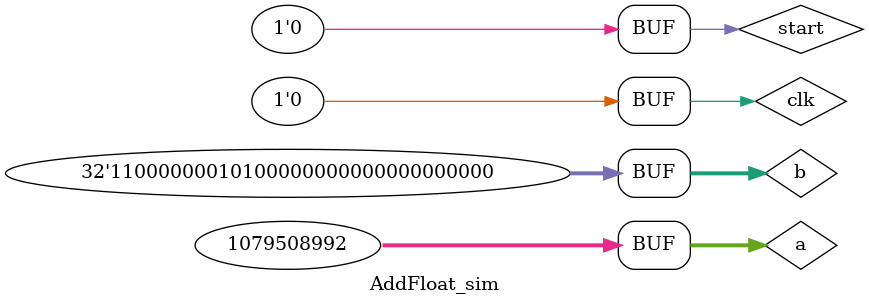
<source format=v>
`timescale 1ns / 1ps


module AddFloat_sim(

    );
    reg clk;
    reg rst;
    reg start;
    reg [31:0] a;
    reg [31:0] b;
    wire finish;
    wire [31:0] result;

    AddFloat a0 (
        .clk(clk),
        .rst(rst),
        .start(start),
        .a(a),
        .b(b),
        .finish(finish),
        .result(result)
    );

    always begin
        clk <= 1'b1; #5;
        clk <= 1'b0; #5;
    end
    initial begin
        start = 0;
        #10;
        a = 32'h3E800000;//0.25
        b = 32'h3FE00000;//1.75
        start = 1; #10;
        start = 0; #100;

        a = 32'hBF400000;//-0.75
        b = 32'hBF800000;//-1.0
        start = 1; #10;
        start = 0; #100;

        a = 32'h3FC00000; //1.50
        b = 32'hBF400000;//-0.75
        start = 1; #10;
        start = 0; #100;

        a = 32'hBF400000; // -3.7
        b = 32'h3FC00000; // 1.25
        start = 1; #10;
        start = 0; #100;

        a = 32'h7F800000;
        b = 32'h3fa00000;
        start = 1; #10;
        start = 0; #100;

        a = 32'hFF800000;
        b = 32'h3fa00000;
        start = 1; #10;
        start = 0; #100;

        a = 32'h40000000; //1
        b = 32'hC0000000; //-1
        start = 1; #10;
        start = 0; #100;

        a = 32'h3F800000;
        b = 32'h3F800000;
        start = 1; #10;
        start = 0; #100;

        a = 32'h40580000;
        b = 32'hC0500000;
        start = 1; #10;
        start = 0; #100;


    end


endmodule

</source>
